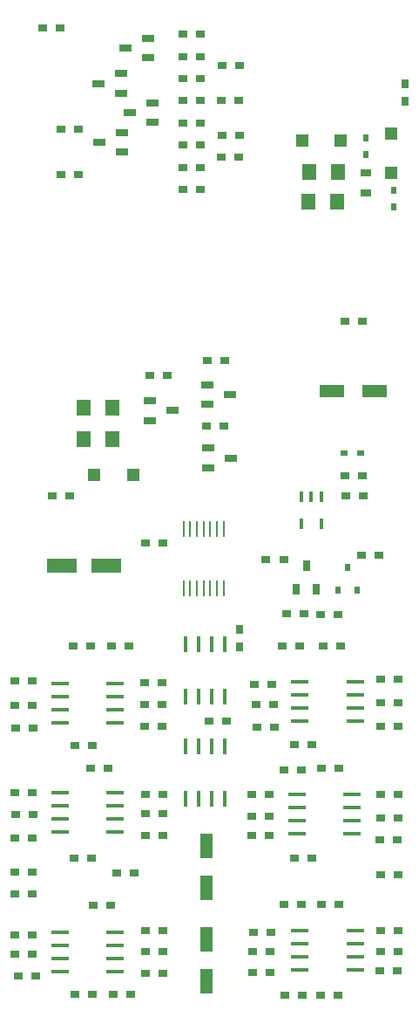
<source format=gtp>
G04 DipTrace 3.3.0.0*
G04 esp02.GTP*
%MOIN*%
G04 #@! TF.FileFunction,Paste,Top*
G04 #@! TF.Part,Single*
%ADD33R,0.025591X0.041339*%
%ADD66R,0.007748X0.062866*%
%ADD70R,0.07074X0.015622*%
%ADD72R,0.025465X0.019559*%
%ADD74R,0.041213X0.027433*%
%ADD76R,0.019559X0.025465*%
%ADD84R,0.015622X0.059717*%
%ADD86R,0.019559X0.03137*%
%ADD90R,0.013654X0.039244*%
%ADD92R,0.047118X0.03137*%
%ADD94R,0.047118X0.047118*%
%ADD96R,0.047118X0.094362*%
%ADD98R,0.03137X0.035307*%
%ADD100R,0.114047X0.056961*%
%ADD102R,0.094362X0.047118*%
%ADD104R,0.054992X0.062866*%
%ADD106R,0.035307X0.03137*%
%FSLAX26Y26*%
G04*
G70*
G90*
G75*
G01*
G04 TopPaste*
%LPD*%
D106*
X560732Y4139965D3*
X627661D3*
D104*
X1689831Y3591550D3*
X1579594D3*
X1687476Y3476049D3*
X1577240D3*
D106*
X1717685Y3020785D3*
X1784614D3*
D102*
X1828652Y2755556D3*
X1667235D3*
D106*
X1716883Y2429159D3*
X1783812D3*
X595301Y2354959D3*
X662230D3*
X1720887Y2352782D3*
X1787816D3*
D100*
X633818Y2088663D3*
X803109D3*
D106*
X1020083Y2173924D3*
X953154D3*
X1491560Y1902903D3*
X1558490D3*
X1690551Y1902100D3*
X1623622D3*
D98*
X1314327Y1843707D3*
Y1776778D3*
D106*
X1921465Y1652465D3*
X1854535D3*
X454535Y1646215D3*
X521465D3*
X1015214Y1639965D3*
X948285D3*
X1371071Y1633024D3*
X1438000D3*
X1263000Y1494000D3*
X1196071D3*
X1523285Y1402465D3*
X1590214D3*
X681749Y1400251D3*
X748678D3*
X742035Y1314965D3*
X808965D3*
X1625500Y1312751D3*
X1692429D3*
X1425500Y1131500D3*
X1358571D3*
X1851677Y1124482D3*
X1918606D3*
X1021465Y1058715D3*
X954535D3*
D96*
X1187458Y1018459D3*
Y857042D3*
D106*
X521465Y1046215D3*
X454535D3*
X679535Y971215D3*
X746465D3*
X1523285D3*
X1590214D3*
X1625500Y794000D3*
X1692429D3*
X754535Y789965D3*
X821465D3*
X1919249Y694000D3*
X1852320D3*
D96*
X1187458Y662209D3*
Y500791D3*
D106*
X1431749Y687751D3*
X1364820D3*
X521465Y677465D3*
X454535D3*
X1019249Y612751D3*
X952320D3*
X684333Y450251D3*
X751262D3*
X1552714Y446215D3*
X1485785D3*
D94*
X1893062Y3588533D3*
Y3738139D3*
X1551726Y3709327D3*
X1701332D3*
D92*
X1277613Y2741214D3*
X1190999Y2703812D3*
Y2778615D3*
X1056651Y2679075D3*
X970037Y2641673D3*
Y2716476D3*
X1279022Y2498373D3*
X1192408Y2460971D3*
Y2535774D3*
D94*
X757274Y2434173D3*
X906881D3*
D90*
X1625396Y2350740D3*
X1587995D3*
X1550593D3*
Y2248378D3*
X1625396D3*
D33*
X1531469Y1996274D3*
X1606272D3*
X1568870Y2086825D3*
D86*
X1726900Y2080845D3*
X1764302Y1994231D3*
X1689499D3*
D84*
X1256749Y1787749D3*
X1206749D3*
X1156751D3*
X1106751D3*
Y1587749D3*
X1156751D3*
X1206749D3*
X1256749D3*
Y1396648D3*
X1206749D3*
X1156751D3*
X1106751D3*
Y1196648D3*
X1156751D3*
X1206749D3*
X1256749D3*
D76*
X1795259Y3657972D3*
Y3720965D3*
X1903244Y3457121D3*
Y3520113D3*
D74*
X1797623Y3585713D3*
Y3510909D3*
D72*
X1714130Y2518774D3*
X1777122D3*
D92*
X876689Y4064703D3*
X963303Y4102105D3*
Y4027302D3*
X772387Y3928322D3*
X859001Y3965723D3*
Y3890920D3*
X892967Y3816552D3*
X979581Y3853954D3*
Y3779151D3*
X775217Y3703295D3*
X861831Y3740697D3*
Y3665894D3*
D106*
X1097786Y4116526D3*
X1164715D3*
Y4031912D3*
X1097786D3*
X1314476Y3998510D3*
X1247547D3*
X1097786Y3947299D3*
X1164715D3*
Y3862685D3*
X1097786D3*
X1310663Y3862781D3*
X1243734D3*
X1097786Y3778071D3*
X1164715D3*
X629034Y3754189D3*
X695963D3*
X1244815Y3730909D3*
X1311744D3*
X1164715Y3693457D3*
X1097786D3*
X1243992Y3648161D3*
X1310921D3*
X1097786Y3608844D3*
X1164715D3*
X628606Y3580411D3*
X695535D3*
X1164715Y3524230D3*
X1097786D3*
X1189577Y2871731D3*
X1256507D3*
X1035396Y2814912D3*
X968467D3*
X1254109Y2621490D3*
X1187180D3*
D104*
X716421Y2569925D3*
X826657D3*
X716383Y2692058D3*
X826619D3*
D106*
X1414581Y2112072D3*
X1481510D3*
X1847944Y2128488D3*
X1781014D3*
X676556Y1781500D3*
X743486D3*
X890979D3*
X824050D3*
X1475500D3*
X1542429D3*
X1700500D3*
X1633571D3*
X1854535Y1564965D3*
X1921465D3*
X948285Y1558715D3*
X1015214D3*
X1442429Y1556500D3*
X1375500D3*
X521465Y1552465D3*
X454535D3*
X1017429Y1475251D3*
X950500D3*
X1919249D3*
X1852320D3*
X1379535Y1471215D3*
X1446465D3*
X456749Y1469000D3*
X523678D3*
X1550500Y1306500D3*
X1483571D3*
X521465Y1221215D3*
X454535D3*
X1021465Y1214965D3*
X954535D3*
X1358571Y1212751D3*
X1425500D3*
X1852320D3*
X1919249D3*
X1021465Y1139965D3*
X954535D3*
X523678Y1137751D3*
X456749D3*
X1425500Y1056500D3*
X1358571D3*
X1849751Y1040448D3*
X1916680D3*
X452320Y919000D3*
X519249D3*
X908965Y914965D3*
X842035D3*
X1919249Y906500D3*
X1852320D3*
X454535Y833715D3*
X521465D3*
X1483571Y794000D3*
X1550500D3*
X1019249Y694000D3*
X952320D3*
X1921465Y614965D3*
X1854535D3*
X1363000Y612751D3*
X1429929D3*
X521465Y602465D3*
X454535D3*
X1915214Y539965D3*
X1848285D3*
X1361550Y533715D3*
X1428479D3*
X1019249Y531500D3*
X952320D3*
X533965Y521215D3*
X467035D3*
X896833Y450251D3*
X829904D3*
X1690214Y446215D3*
X1623285D3*
D66*
X1099106Y1999231D3*
X1124697D3*
X1150287D3*
X1175878D3*
X1201469D3*
X1227059D3*
X1252650Y1999239D3*
Y2227577D3*
X1227059D3*
X1201469D3*
X1175878D3*
X1150287D3*
X1124697D3*
X1099106D3*
D70*
X1756799Y1494050D3*
Y1544050D3*
Y1594050D3*
Y1644050D3*
X1544201D3*
Y1594050D3*
Y1544050D3*
Y1494050D3*
X838049Y1487799D3*
Y1537799D3*
Y1587799D3*
Y1637799D3*
X625450D3*
Y1587799D3*
Y1537799D3*
Y1487799D3*
X838049Y1069050D3*
Y1119050D3*
Y1169050D3*
Y1219050D3*
X625450D3*
Y1169050D3*
Y1119050D3*
Y1069050D3*
X1744299Y1062799D3*
Y1112799D3*
Y1162799D3*
Y1212799D3*
X1531701D3*
Y1162799D3*
Y1112799D3*
Y1062799D3*
X1756749Y544000D3*
Y594000D3*
Y644000D3*
Y694000D3*
X1544151D3*
Y644000D3*
Y594000D3*
Y544000D3*
X838000Y537749D3*
Y587749D3*
Y637749D3*
Y687749D3*
X625402D3*
Y637749D3*
Y587749D3*
Y537749D3*
D98*
X1945518Y3927717D3*
Y3860787D3*
M02*

</source>
